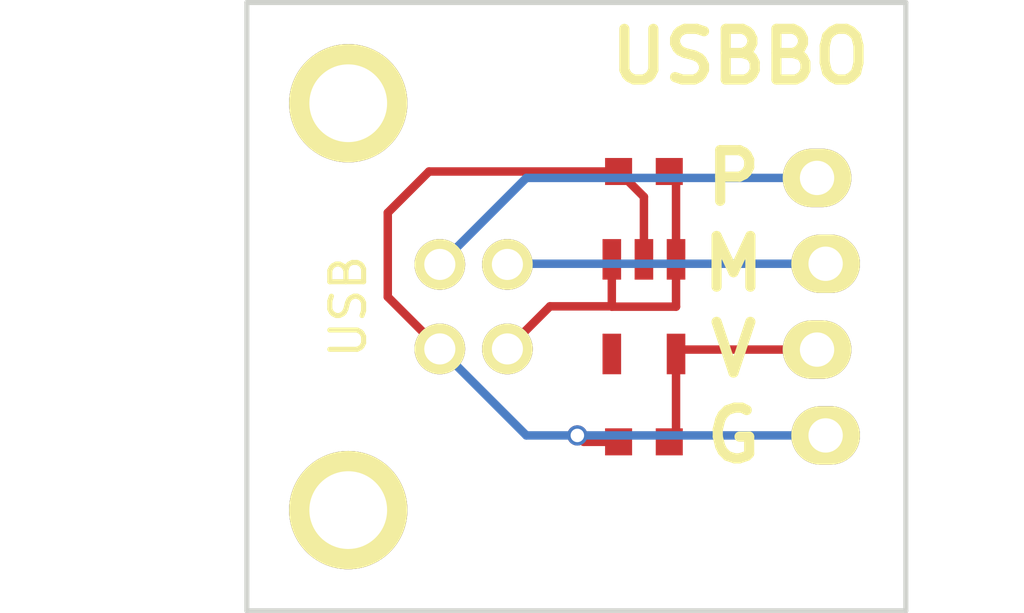
<source format=kicad_pcb>
(kicad_pcb (version 4) (host pcbnew 4.0.2+dfsg1-stable)

  (general
    (links 11)
    (no_connects 0)
    (area 123.494999 92.924999 154.205001 111.075001)
    (thickness 1.6)
    (drawings 9)
    (tracks 30)
    (zones 0)
    (modules 5)
    (nets 6)
  )

  (page A4)
  (layers
    (0 F.Cu signal)
    (31 B.Cu signal)
    (32 B.Adhes user)
    (33 F.Adhes user)
    (34 B.Paste user)
    (35 F.Paste user)
    (36 B.SilkS user)
    (37 F.SilkS user)
    (38 B.Mask user)
    (39 F.Mask user)
    (40 Dwgs.User user)
    (41 Cmts.User user)
    (42 Eco1.User user)
    (43 Eco2.User user)
    (44 Edge.Cuts user)
    (45 Margin user)
    (46 B.CrtYd user)
    (47 F.CrtYd user)
    (48 B.Fab user)
    (49 F.Fab user)
  )

  (setup
    (last_trace_width 0.25)
    (trace_clearance 0.2)
    (zone_clearance 0.508)
    (zone_45_only no)
    (trace_min 0.2)
    (segment_width 0.2)
    (edge_width 0.15)
    (via_size 0.6)
    (via_drill 0.4)
    (via_min_size 0.4)
    (via_min_drill 0.3)
    (uvia_size 0.3)
    (uvia_drill 0.1)
    (uvias_allowed no)
    (uvia_min_size 0.2)
    (uvia_min_drill 0.1)
    (pcb_text_width 0.3)
    (pcb_text_size 1.5 1.5)
    (mod_edge_width 0.15)
    (mod_text_size 1 1)
    (mod_text_width 0.15)
    (pad_size 2.032 1.7272)
    (pad_drill 1.016)
    (pad_to_mask_clearance 0.2)
    (aux_axis_origin 0 0)
    (visible_elements FFFFFF7F)
    (pcbplotparams
      (layerselection 0x00030_80000001)
      (usegerberextensions false)
      (excludeedgelayer true)
      (linewidth 0.150000)
      (plotframeref false)
      (viasonmask false)
      (mode 1)
      (useauxorigin false)
      (hpglpennumber 1)
      (hpglpenspeed 20)
      (hpglpendiameter 15)
      (hpglpenoverlay 2)
      (psnegative false)
      (psa4output false)
      (plotreference true)
      (plotvalue true)
      (plotinvisibletext false)
      (padsonsilk false)
      (subtractmaskfromsilk false)
      (outputformat 1)
      (mirror false)
      (drillshape 1)
      (scaleselection 1)
      (outputdirectory ""))
  )

  (net 0 "")
  (net 1 /vcc)
  (net 2 /gnd)
  (net 3 /vin)
  (net 4 /usb_dm)
  (net 5 /usb_dp)

  (net_class Default "This is the default net class."
    (clearance 0.2)
    (trace_width 0.25)
    (via_dia 0.6)
    (via_drill 0.4)
    (uvia_dia 0.3)
    (uvia_drill 0.1)
    (add_net /gnd)
    (add_net /usb_dm)
    (add_net /usb_dp)
    (add_net /vcc)
    (add_net /vin)
  )

  (module 00_my_modules:header1x4wiggle (layer F.Cu) (tedit 5E91C9A8) (tstamp 5E91BB4A)
    (at 148 102)
    (descr "Through hole pin header")
    (tags "pin header")
    (fp_text reference "" (at 0 -2.4) (layer F.SilkS)
      (effects (font (size 0.5 0.5) (thickness 0.01)))
    )
    (fp_text value "" (at 0 -3.1) (layer F.Fab)
      (effects (font (size 0.5 0.5) (thickness 0.01)))
    )
    (fp_line (start -1.75 -5.56) (end -1.75 5.56) (layer F.CrtYd) (width 0.05))
    (fp_line (start 1.75 -5.56) (end 1.75 5.56) (layer F.CrtYd) (width 0.05))
    (fp_line (start -1.75 -5.56) (end 1.75 -5.56) (layer F.CrtYd) (width 0.05))
    (fp_line (start -1.75 5.56) (end 1.75 5.56) (layer F.CrtYd) (width 0.05))
    (fp_line (start -6 -3.81) (end 6 -3.81) (layer F.CrtYd) (width 0.01))
    (fp_line (start -6 0) (end 6 0) (layer F.CrtYd) (width 0.01))
    (fp_line (start -6 3.81) (end 6 3.81) (layer F.CrtYd) (width 0.01))
    (pad 1 thru_hole oval (at -0.127 -3.81) (size 2.032 1.7272) (drill 1.016) (layers *.Cu *.Mask F.SilkS)
      (net 5 /usb_dp))
    (pad 2 thru_hole oval (at 0.127 -1.27) (size 2.032 1.7272) (drill 1.016) (layers *.Cu *.Mask F.SilkS)
      (net 4 /usb_dm))
    (pad 3 thru_hole oval (at -0.127 1.27) (size 2.032 1.7272) (drill 1.016) (layers *.Cu *.Mask F.SilkS)
      (net 1 /vcc))
    (pad 4 thru_hole oval (at 0.127 3.81) (size 2.032 1.7272) (drill 1.016) (layers *.Cu *.Mask F.SilkS)
      (net 2 /gnd))
  )

  (module 00_my_modules:UE27-BC54-130 (layer F.Cu) (tedit 5E91C945) (tstamp 5E91C416)
    (at 134 102 270)
    (descr UE27-BC54-130)
    (tags usb)
    (fp_text reference "" (at 0 -1 270) (layer F.SilkS)
      (effects (font (size 0.5 0.5) (thickness 0.01)))
    )
    (fp_text value "" (at 0 1 270) (layer F.Fab)
      (effects (font (size 0.5 0.5) (thickness 0.01)))
    )
    (fp_text user USB (at 0 0 270) (layer F.SilkS)
      (effects (font (size 1 1) (thickness 0.15)))
    )
    (fp_line (start -6.02 10.28) (end -6.02 -6.22) (layer F.CrtYd) (width 0.05))
    (fp_line (start 6.02 10.28) (end 6.02 -6.22) (layer F.CrtYd) (width 0.05))
    (fp_line (start -6.02 -6.22) (end 6.02 -6.22) (layer F.CrtYd) (width 0.05))
    (fp_line (start -6.02 10.28) (end 6.02 10.28) (layer F.CrtYd) (width 0.05))
    (pad V thru_hole circle (at 1.25 -4.71 270) (size 1.5 1.5) (drill 0.92) (layers *.Cu *.Mask F.SilkS)
      (net 3 /vin))
    (pad - thru_hole circle (at -1.25 -4.71 270) (size 1.5 1.5) (drill 0.92) (layers *.Cu *.Mask F.SilkS)
      (net 4 /usb_dm))
    (pad + thru_hole circle (at -1.25 -2.71 270) (size 1.5 1.5) (drill 0.92) (layers *.Cu *.Mask F.SilkS)
      (net 5 /usb_dp))
    (pad G thru_hole circle (at 1.25 -2.71 270) (size 1.5 1.5) (drill 0.92) (layers *.Cu *.Mask F.SilkS)
      (net 2 /gnd))
    (pad X thru_hole circle (at 6.02 0 270) (size 3.5 3.5) (drill 2.3) (layers *.Cu *.Mask F.SilkS))
    (pad X thru_hole circle (at -6.02 0 270) (size 3.5 3.5) (drill 2.3) (layers *.Cu *.Mask F.SilkS))
  )

  (module 00_my_modules:AP2112 (layer F.Cu) (tedit 5E91C95F) (tstamp 5E91CFF1)
    (at 142.75 102 270)
    (descr SOT25)
    (tags SOT25)
    (attr smd)
    (fp_text reference AP2112 (at 0 0 360) (layer F.Fab)
      (effects (font (size 0.5 0.5) (thickness 0.01)))
    )
    (fp_text value "" (at 0 2.05 270) (layer F.Fab)
      (effects (font (size 0.5 0.5) (thickness 0.01)))
    )
    (fp_line (start -0.8 -1.5) (end 0.8 -1.5) (layer F.Fab) (width 0.01))
    (fp_line (start -0.8 1.5) (end 0.8 1.5) (layer F.Fab) (width 0.01))
    (fp_line (start -0.8 -1.5) (end -0.8 1.5) (layer F.Fab) (width 0.01))
    (fp_line (start 0.8 -1.5) (end 0.8 1.5) (layer F.Fab) (width 0.01))
    (fp_line (start -0.8 -1.5) (end -0.8 1.5) (layer F.Fab) (width 0.01))
    (fp_line (start 0.8 -1.5) (end 0.8 1.5) (layer F.Fab) (width 0.01))
    (fp_line (start -2.3 -1.7) (end 2.3 -1.7) (layer F.CrtYd) (width 0.01))
    (fp_line (start -2.3 -1.7) (end -2.3 1.7) (layer F.CrtYd) (width 0.01))
    (fp_line (start 2.3 1.7) (end 2.3 -1.7) (layer F.CrtYd) (width 0.01))
    (fp_line (start 2.3 1.7) (end -2.3 1.7) (layer F.CrtYd) (width 0.01))
    (pad VIN smd rect (at -1.4 -0.95 270) (size 1.2 0.55) (layers F.Cu F.Paste F.Mask)
      (net 3 /vin))
    (pad GND smd rect (at -1.4 0 270) (size 1.2 0.55) (layers F.Cu F.Paste F.Mask)
      (net 2 /gnd))
    (pad EN smd rect (at -1.4 0.95 270) (size 1.2 0.55) (layers F.Cu F.Paste F.Mask)
      (net 3 /vin))
    (pad NC smd rect (at 1.4 0.95 270) (size 1.2 0.55) (layers F.Cu F.Paste F.Mask))
    (pad VOUT smd rect (at 1.4 -0.95 270) (size 1.2 0.55) (layers F.Cu F.Paste F.Mask)
      (net 1 /vcc))
  )

  (module 00_my_modules:C_0603 (layer F.Cu) (tedit 5E91C96B) (tstamp 5E91D08E)
    (at 142.75 98)
    (descr C_0603)
    (tags "capacitor 0603")
    (attr smd)
    (fp_text reference C (at 0 0) (layer F.Fab)
      (effects (font (size 0.5 0.5) (thickness 0.1)))
    )
    (fp_text value "" (at 0 0) (layer F.Fab)
      (effects (font (size 0.5 0.5) (thickness 0.01)))
    )
    (fp_line (start -1.2 -0.45) (end 1.2 -0.45) (layer F.CrtYd) (width 0.01))
    (fp_line (start -1.2 0.45) (end 1.2 0.45) (layer F.CrtYd) (width 0.01))
    (fp_line (start -1.2 -0.45) (end -1.2 0.45) (layer F.CrtYd) (width 0.01))
    (fp_line (start 1.2 -0.45) (end 1.2 0.45) (layer F.CrtYd) (width 0.01))
    (pad 1 smd rect (at -0.75 0) (size 0.8 0.8) (layers F.Cu F.Paste F.Mask)
      (net 2 /gnd))
    (pad 2 smd rect (at 0.75 0) (size 0.8 0.8) (layers F.Cu F.Paste F.Mask)
      (net 3 /vin))
  )

  (module 00_my_modules:C_0603 (layer F.Cu) (tedit 5E91C977) (tstamp 5E91D0A1)
    (at 142.75 106)
    (descr C_0603)
    (tags "capacitor 0603")
    (attr smd)
    (fp_text reference C (at 0 0) (layer F.Fab)
      (effects (font (size 0.5 0.5) (thickness 0.1)))
    )
    (fp_text value "" (at 0 0) (layer F.Fab)
      (effects (font (size 0.5 0.5) (thickness 0.01)))
    )
    (fp_line (start -1.2 -0.45) (end 1.2 -0.45) (layer F.CrtYd) (width 0.01))
    (fp_line (start -1.2 0.45) (end 1.2 0.45) (layer F.CrtYd) (width 0.01))
    (fp_line (start -1.2 -0.45) (end -1.2 0.45) (layer F.CrtYd) (width 0.01))
    (fp_line (start 1.2 -0.45) (end 1.2 0.45) (layer F.CrtYd) (width 0.01))
    (pad 1 smd rect (at -0.75 0) (size 0.8 0.8) (layers F.Cu F.Paste F.Mask)
      (net 2 /gnd))
    (pad 2 smd rect (at 0.75 0) (size 0.8 0.8) (layers F.Cu F.Paste F.Mask)
      (net 1 /vcc))
  )

  (gr_text USBBO (at 145.6 94.6) (layer F.SilkS)
    (effects (font (size 1.5 1.5) (thickness 0.3)))
  )
  (gr_line (start 131 111) (end 131 93) (angle 90) (layer Edge.Cuts) (width 0.15))
  (gr_line (start 150.5 111) (end 131 111) (angle 90) (layer Edge.Cuts) (width 0.15))
  (gr_line (start 150.5 93) (end 150.5 111) (angle 90) (layer Edge.Cuts) (width 0.15))
  (gr_line (start 131 93) (end 150.5 93) (angle 90) (layer Edge.Cuts) (width 0.15))
  (gr_text G (at 145.4 105.81) (layer F.SilkS)
    (effects (font (size 1.5 1.5) (thickness 0.3)))
  )
  (gr_text V (at 145.4 103.27) (layer F.SilkS)
    (effects (font (size 1.5 1.5) (thickness 0.3)))
  )
  (gr_text M (at 145.4 100.73) (layer F.SilkS)
    (effects (font (size 1.5 1.5) (thickness 0.3)))
  )
  (gr_text P (at 145.4 98.19) (layer F.SilkS)
    (effects (font (size 1.5 1.5) (thickness 0.3)))
  )

  (segment (start 147.873 103.27) (end 143.83 103.27) (width 0.25) (layer F.Cu) (net 1))
  (segment (start 143.83 103.27) (end 143.7 103.4) (width 0.25) (layer F.Cu) (net 1) (tstamp 5E91CA3B))
  (segment (start 143.7 103.4) (end 143.7 105.8) (width 0.25) (layer F.Cu) (net 1))
  (segment (start 143.7 105.8) (end 143.5 106) (width 0.25) (layer F.Cu) (net 1) (tstamp 5E91CA39))
  (via (at 140.78 105.81) (size 0.6) (drill 0.4) (layers F.Cu B.Cu) (net 2))
  (segment (start 142 106) (end 140.97 106) (width 0.25) (layer F.Cu) (net 2) (tstamp 5E91CA88))
  (segment (start 140.97 106) (end 140.78 105.81) (width 0.25) (layer F.Cu) (net 2) (tstamp 5E91CA87))
  (segment (start 142 98) (end 136.39 98) (width 0.25) (layer F.Cu) (net 2))
  (segment (start 135.17 101.71) (end 136.71 103.25) (width 0.25) (layer F.Cu) (net 2) (tstamp 5E91CA70))
  (segment (start 135.17 99.22) (end 135.17 101.71) (width 0.25) (layer F.Cu) (net 2) (tstamp 5E91CA6C))
  (segment (start 136.39 98) (end 135.17 99.22) (width 0.25) (layer F.Cu) (net 2) (tstamp 5E91CA65))
  (segment (start 148.127 105.81) (end 140.78 105.81) (width 0.25) (layer B.Cu) (net 2))
  (segment (start 140.78 105.81) (end 139.27 105.81) (width 0.25) (layer B.Cu) (net 2) (tstamp 5E91CA84))
  (segment (start 139.27 105.81) (end 136.71 103.25) (width 0.25) (layer B.Cu) (net 2) (tstamp 5E91CA49))
  (segment (start 142.75 100.6) (end 142.75 98.75) (width 0.25) (layer F.Cu) (net 2))
  (segment (start 142.75 98.75) (end 142 98) (width 0.25) (layer F.Cu) (net 2) (tstamp 5E91CA37))
  (segment (start 143.7 100.6) (end 143.7 98.2) (width 0.25) (layer F.Cu) (net 3))
  (segment (start 143.7 98.2) (end 143.5 98) (width 0.25) (layer F.Cu) (net 3) (tstamp 5E91CA35))
  (segment (start 141.8 101.99) (end 139.97 101.99) (width 0.25) (layer F.Cu) (net 3))
  (segment (start 139.97 101.99) (end 138.71 103.25) (width 0.25) (layer F.Cu) (net 3) (tstamp 5E91CA32))
  (segment (start 143.7 100.6) (end 143.7 102) (width 0.25) (layer F.Cu) (net 3))
  (segment (start 141.8 102) (end 141.8 101.99) (width 0.25) (layer F.Cu) (net 3) (tstamp 5E91CA2C))
  (segment (start 141.8 101.99) (end 141.8 100.6) (width 0.25) (layer F.Cu) (net 3) (tstamp 5E91CA30))
  (segment (start 143.7 102) (end 141.8 102) (width 0.25) (layer F.Cu) (net 3) (tstamp 5E91CA2B))
  (segment (start 138.73 103.27) (end 138.71 103.25) (width 0.25) (layer F.Cu) (net 3) (tstamp 5E91B56E))
  (segment (start 148.127 100.73) (end 138.73 100.73) (width 0.25) (layer B.Cu) (net 4))
  (segment (start 138.73 100.73) (end 138.71 100.75) (width 0.25) (layer B.Cu) (net 4) (tstamp 5E91CA54))
  (segment (start 138.73 100.73) (end 138.71 100.75) (width 0.25) (layer F.Cu) (net 4) (tstamp 5E91B56B))
  (segment (start 147.873 98.19) (end 139.27 98.19) (width 0.25) (layer B.Cu) (net 5))
  (segment (start 139.27 98.19) (end 136.71 100.75) (width 0.25) (layer B.Cu) (net 5) (tstamp 5E91CA5A))

)

</source>
